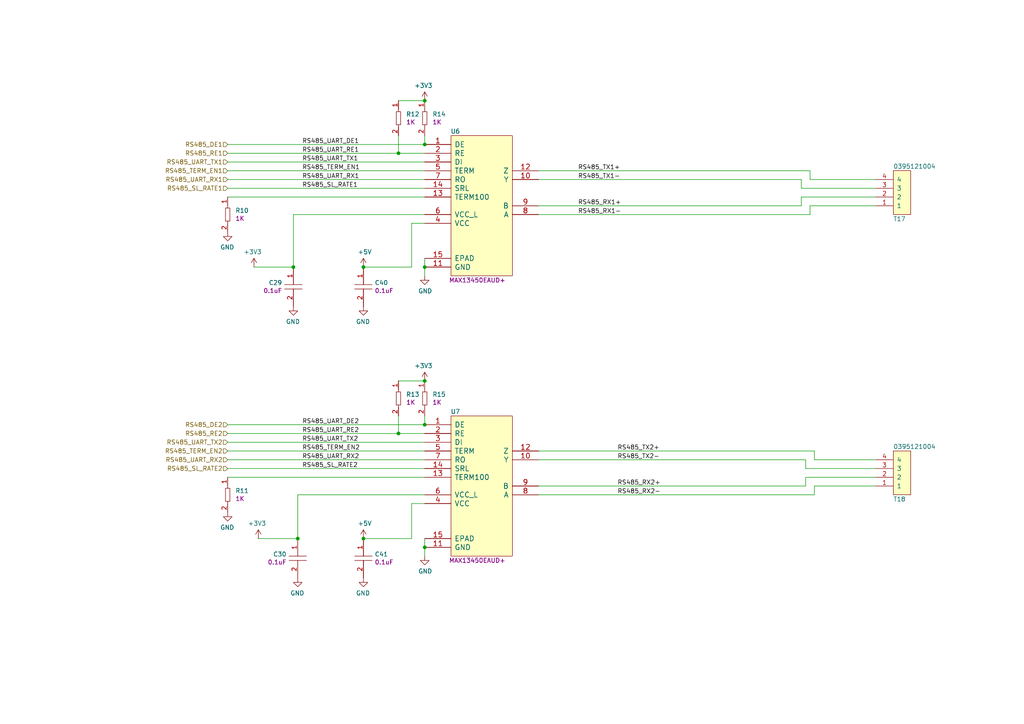
<source format=kicad_sch>
(kicad_sch (version 20230121) (generator eeschema)
  (paper "A4")
  (lib_symbols
    (symbol "AVR-KiCAD-Lib-Capacitors:C0402C104K9PACTU" (pin_names (offset 1.016))
      (property "Reference" "C" (at -2.54 2.54 0))
      (property "_Value_" "0.1uF" (at 58.42 63.5 0))
      (symbol "C0402C104K9PACTU_1_1"
        (polyline (pts (xy 0 2.54) (xy 0 -2.54)))
        (polyline (pts (xy 1.27 2.54) (xy 1.27 -2.54)))
        (pin input line (at -5.08 0 0) (length 5.08) (name "~") (number "1"))
        (pin input line (at 6.35 0 180) (length 5.08) (name "~") (number "2"))
      )
    )
    (symbol "AVR-KiCAD-Lib-Capacitors:CGA3E2X7R1H104K080AA" (pin_names (offset 1.016))
      (property "Reference" "C" (at -2.54 2.54 0))
      (property "_Value_" "0.1uF" (at 58.42 63.5 0))
      (symbol "CGA3E2X7R1H104K080AA_1_1"
        (polyline (pts (xy 0 2.54) (xy 0 -2.54)))
        (polyline (pts (xy 1.27 2.54) (xy 1.27 -2.54)))
        (pin input line (at -5.08 0 0) (length 5.08) (name "~") (number "1"))
        (pin input line (at 6.35 0 180) (length 5.08) (name "~") (number "2"))
      )
    )
    (symbol "AVR-KiCAD-Lib-Connectors:0395121004" (pin_names (offset 1.016))
      (property "Reference" "T" (at -2.54 2.54 0))
      (property "Value" "0395121004" (at 1.27 5.08 0))
      (symbol "0395121004_0_1"
        (rectangle (start 0 2.54) (end 5.08 -10.16) (fill (type background)))
      )
      (symbol "0395121004_1_1"
        (pin passive line (at -5.08 0 0) (length 5.08) (name "1") (number "1"))
        (pin passive line (at -5.08 -2.54 0) (length 5.08) (name "2") (number "2"))
        (pin passive line (at -5.08 -5.08 0) (length 5.08) (name "3") (number "3"))
        (pin passive line (at -5.08 -7.62 0) (length 5.08) (name "4") (number "4"))
      )
    )
    (symbol "AVR-KiCAD-Lib-ICs:MAX13450EAUD+" (pin_names (offset 1.016))
      (property "Reference" "U" (at 0 1.27 0))
      (property "_Value_" "MAX13450EAUD+" (at 7.62 -41.91 0))
      (symbol "MAX13450EAUD+_0_1"
        (rectangle (start 0 0) (end 17.78 -40.64) (fill (type background)))
      )
      (symbol "MAX13450EAUD+_1_1"
        (pin input line (at -7.62 -2.54 0) (length 7.62) (name "DE") (number "1"))
        (pin output line (at 25.4 -12.7 180) (length 7.62) (name "Y") (number "10"))
        (pin passive line (at -7.62 -38.1 0) (length 7.62) (name "GND") (number "11"))
        (pin output line (at 25.4 -10.16 180) (length 7.62) (name "Z") (number "12"))
        (pin input line (at -7.62 -17.78 0) (length 7.62) (name "TERM100") (number "13"))
        (pin input line (at -7.62 -15.24 0) (length 7.62) (name "SRL") (number "14"))
        (pin passive line (at -7.62 -35.56 0) (length 7.62) (name "EPAD") (number "15"))
        (pin input line (at -7.62 -5.08 0) (length 7.62) (name "RE") (number "2"))
        (pin input line (at -7.62 -7.62 0) (length 7.62) (name "DI") (number "3"))
        (pin power_in line (at -7.62 -25.4 0) (length 7.62) (name "VCC") (number "4"))
        (pin input line (at -7.62 -10.16 0) (length 7.62) (name "TERM") (number "5"))
        (pin power_in line (at -7.62 -22.86 0) (length 7.62) (name "VCC_L") (number "6"))
        (pin output line (at -7.62 -12.7 0) (length 7.62) (name "RO") (number "7"))
        (pin input line (at 25.4 -22.86 180) (length 7.62) (name "A") (number "8"))
        (pin input line (at 25.4 -20.32 180) (length 7.62) (name "B") (number "9"))
      )
    )
    (symbol "AVR-KiCAD-Lib-Resistors:RC0402FR-071KL" (pin_names (offset 1.016))
      (property "Reference" "R" (at -2.54 2.54 0))
      (property "Value" "RC0402FR-071KL" (at 1.27 5.08 0))
      (property "_Value_" "1K" (at 58.42 63.5 0))
      (symbol "RC0402FR-071KL_0_1"
        (rectangle (start -1.905 0.635) (end 1.905 -0.635))
        (polyline (pts (xy -2.54 0) (xy -1.905 0)))
        (polyline (pts (xy -1.905 0) (xy -1.905 0)))
        (polyline (pts (xy 1.905 0) (xy 1.905 0)))
        (polyline (pts (xy 2.54 0) (xy 1.905 0)))
      )
      (symbol "RC0402FR-071KL_1_1"
        (pin passive line (at -5.08 0 0) (length 2.5146) (name "~") (number "1"))
        (pin passive line (at 5.08 0 180) (length 2.5146) (name "~") (number "2"))
      )
    )
    (symbol "power:+3V3" (power) (pin_names (offset 0))
      (property "Value" "+3V3" (at 0 3.556 0))
      (symbol "+3V3_0_1"
        (polyline (pts (xy -0.762 1.27) (xy 0 2.54)))
        (polyline (pts (xy 0 0) (xy 0 2.54)))
        (polyline (pts (xy 0 2.54) (xy 0.762 1.27)))
      )
      (symbol "+3V3_1_1"
        (pin power_in line (at 0 0 90) (length 0) hide (name "+3V3") (number "1"))
      )
    )
    (symbol "power:+5V" (power) (pin_names (offset 0))
      (property "Value" "+5V" (at 0 3.556 0))
      (symbol "+5V_0_1"
        (polyline (pts (xy -0.762 1.27) (xy 0 2.54)))
        (polyline (pts (xy 0 0) (xy 0 2.54)))
        (polyline (pts (xy 0 2.54) (xy 0.762 1.27)))
      )
      (symbol "+5V_1_1"
        (pin power_in line (at 0 0 90) (length 0) hide (name "+5V") (number "1"))
      )
    )
    (symbol "power:GND" (power) (pin_names (offset 0))
      (property "Value" "GND" (at 0 -3.81 0))
      (symbol "GND_0_1"
        (polyline (pts (xy 0 0) (xy 0 -1.27) (xy 1.27 -1.27) (xy 0 -2.54) (xy -1.27 -1.27) (xy 0 -1.27)))
      )
      (symbol "GND_1_1"
        (pin power_in line (at 0 0 270) (length 0) hide (name "GND") (number "1"))
      )
    )
  )
  (junction (at 123.19 29.21))
  (junction (at 115.57 44.45))
  (junction (at 123.19 77.47))
  (junction (at 105.41 156.21))
  (junction (at 123.19 110.49))
  (junction (at 123.19 123.19))
  (junction (at 123.19 158.75))
  (junction (at 86.36 156.21))
  (junction (at 115.57 125.73))
  (junction (at 123.19 41.91))
  (junction (at 85.09 77.47))
  (junction (at 105.41 77.47))
  (wire (pts (xy 123.19 125.73) (xy 115.57 125.73)))
  (wire (pts (xy 123.19 77.47) (xy 123.19 80.01)))
  (wire (pts (xy 123.19 41.91) (xy 123.19 39.37)))
  (wire (pts (xy 156.21 133.35) (xy 233.68 133.35)))
  (wire (pts (xy 123.19 123.19) (xy 66.04 123.19)))
  (wire (pts (xy 232.41 59.69) (xy 156.21 59.69)))
  (wire (pts (xy 234.95 49.53) (xy 234.95 52.07)))
  (wire (pts (xy 236.22 130.81) (xy 236.22 133.35)))
  (wire (pts (xy 115.57 44.45) (xy 66.04 44.45)))
  (wire (pts (xy 236.22 140.97) (xy 236.22 143.51)))
  (wire (pts (xy 123.19 57.15) (xy 66.04 57.15)))
  (wire (pts (xy 156.21 140.97) (xy 233.68 140.97)))
  (wire (pts (xy 254 59.69) (xy 234.95 59.69)))
  (wire (pts (xy 85.09 62.23) (xy 123.19 62.23)))
  (wire (pts (xy 119.38 77.47) (xy 105.41 77.47)))
  (wire (pts (xy 233.68 133.35) (xy 233.68 135.89)))
  (wire (pts (xy 115.57 29.21) (xy 123.19 29.21)))
  (wire (pts (xy 119.38 146.05) (xy 119.38 156.21)))
  (wire (pts (xy 236.22 133.35) (xy 254 133.35)))
  (wire (pts (xy 123.19 54.61) (xy 66.04 54.61)))
  (wire (pts (xy 123.19 64.77) (xy 119.38 64.77)))
  (wire (pts (xy 123.19 135.89) (xy 66.04 135.89)))
  (wire (pts (xy 74.93 156.21) (xy 86.36 156.21)))
  (wire (pts (xy 123.19 146.05) (xy 119.38 146.05)))
  (wire (pts (xy 234.95 52.07) (xy 254 52.07)))
  (wire (pts (xy 115.57 120.65) (xy 115.57 125.73)))
  (wire (pts (xy 85.09 62.23) (xy 85.09 77.47)))
  (wire (pts (xy 123.19 44.45) (xy 115.57 44.45)))
  (wire (pts (xy 66.04 128.27) (xy 123.19 128.27)))
  (wire (pts (xy 123.19 49.53) (xy 66.04 49.53)))
  (wire (pts (xy 66.04 133.35) (xy 123.19 133.35)))
  (wire (pts (xy 156.21 143.51) (xy 236.22 143.51)))
  (wire (pts (xy 123.19 46.99) (xy 66.04 46.99)))
  (wire (pts (xy 123.19 52.07) (xy 66.04 52.07)))
  (wire (pts (xy 115.57 125.73) (xy 66.04 125.73)))
  (wire (pts (xy 86.36 143.51) (xy 86.36 156.21)))
  (wire (pts (xy 233.68 135.89) (xy 254 135.89)))
  (wire (pts (xy 123.19 130.81) (xy 66.04 130.81)))
  (wire (pts (xy 156.21 130.81) (xy 236.22 130.81)))
  (wire (pts (xy 232.41 57.15) (xy 254 57.15)))
  (wire (pts (xy 232.41 54.61) (xy 232.41 52.07)))
  (wire (pts (xy 254 140.97) (xy 236.22 140.97)))
  (wire (pts (xy 123.19 143.51) (xy 86.36 143.51)))
  (wire (pts (xy 123.19 41.91) (xy 66.04 41.91)))
  (wire (pts (xy 123.19 158.75) (xy 123.19 161.29)))
  (wire (pts (xy 123.19 156.21) (xy 123.19 158.75)))
  (wire (pts (xy 115.57 110.49) (xy 123.19 110.49)))
  (wire (pts (xy 123.19 74.93) (xy 123.19 77.47)))
  (wire (pts (xy 254 54.61) (xy 232.41 54.61)))
  (wire (pts (xy 156.21 49.53) (xy 234.95 49.53)))
  (wire (pts (xy 123.19 123.19) (xy 123.19 120.65)))
  (wire (pts (xy 123.19 138.43) (xy 66.04 138.43)))
  (wire (pts (xy 233.68 138.43) (xy 254 138.43)))
  (wire (pts (xy 232.41 59.69) (xy 232.41 57.15)))
  (wire (pts (xy 232.41 52.07) (xy 156.21 52.07)))
  (wire (pts (xy 233.68 140.97) (xy 233.68 138.43)))
  (wire (pts (xy 85.09 77.47) (xy 73.66 77.47)))
  (wire (pts (xy 234.95 59.69) (xy 234.95 62.23)))
  (wire (pts (xy 119.38 64.77) (xy 119.38 77.47)))
  (wire (pts (xy 156.21 62.23) (xy 234.95 62.23)))
  (wire (pts (xy 119.38 156.21) (xy 105.41 156.21)))
  (wire (pts (xy 115.57 39.37) (xy 115.57 44.45)))
  (label "RS485_TX1-" (at 167.64 52.07 0))
  (label "RS485_RX1-" (at 167.64 62.23 0))
  (label "RS485_UART_DE1" (at 87.63 41.91 0))
  (label "RS485_SL_RATE1" (at 87.63 54.61 0))
  (label "RS485_TERM_EN2" (at 87.63 130.81 0))
  (label "RS485_TERM_EN1" (at 87.63 49.53 0))
  (label "RS485_TX2+" (at 179.07 130.81 0))
  (label "RS485_RX2-" (at 179.07 143.51 0))
  (label "RS485_UART_RE2" (at 87.63 125.73 0))
  (label "RS485_UART_DE2" (at 87.63 123.19 0))
  (label "RS485_UART_RX1" (at 87.63 52.07 0))
  (label "RS485_RX2+" (at 179.07 140.97 0))
  (label "RS485_UART_TX2" (at 87.63 128.27 0))
  (label "RS485_UART_RE1" (at 87.63 44.45 0))
  (label "RS485_RX1+" (at 167.64 59.69 0))
  (label "RS485_SL_RATE2" (at 87.63 135.89 0))
  (label "RS485_UART_RX2" (at 87.63 133.35 0))
  (label "RS485_UART_TX1" (at 87.63 46.99 0))
  (label "RS485_TX1+" (at 167.64 49.53 0))
  (label "RS485_TX2-" (at 179.07 133.35 0))
  (hierarchical_label "RS485_DE1" (shape input) (at 66.04 41.91 180))
  (hierarchical_label "RS485_SL_RATE2" (shape input) (at 66.04 135.89 180))
  (hierarchical_label "RS485_UART_TX1" (shape input) (at 66.04 46.99 180))
  (hierarchical_label "RS485_RE2" (shape input) (at 66.04 125.73 180))
  (hierarchical_label "RS485_TERM_EN1" (shape input) (at 66.04 49.53 180))
  (hierarchical_label "RS485_UART_RX1" (shape input) (at 66.04 52.07 180))
  (hierarchical_label "RS485_UART_TX2" (shape input) (at 66.04 128.27 180))
  (hierarchical_label "RS485_RE1" (shape input) (at 66.04 44.45 180))
  (hierarchical_label "RS485_SL_RATE1" (shape input) (at 66.04 54.61 180))
  (hierarchical_label "RS485_DE2" (shape input) (at 66.04 123.19 180))
  (hierarchical_label "RS485_TERM_EN2" (shape input) (at 66.04 130.81 180))
  (hierarchical_label "RS485_UART_RX2" (shape input) (at 66.04 133.35 180))
  (symbol (lib_id "AVR-KiCAD-Lib-ICs:MAX13450EAUD+") (at 130.81 39.37 0) (unit 1)
    (property "Reference" "U6" (at 132.08 38.1 0))
    (property "Value" "MAX13450EAUD+" (effects hide))
    (property "Footprint" "AVR-KiCAD-Lib-ICs:MAX13450EAUD&plus_" (effects hide))
    (property "Datasheet" "https://datasheets.maximintegrated.com/en/ds/MAX13450E-MAX13451E.pdf" (effects hide))
    (property "Cost QTY: 1" "3.39000" (effects hide))
    (property "Cost QTY: 1000" "*" (effects hide))
    (property "Cost QTY: 2500" "2.57839" (effects hide))
    (property "Cost QTY: 5000" "*" (effects hide))
    (property "Cost QTY: 10000" "*" (effects hide))
    (property "MFR" "Maxim Integrated" (effects hide))
    (property "MFR#" "MAX13450EAUD+" (effects hide))
    (property "Vendor" "Digikey" (effects hide))
    (property "Vendor #" "MAX13450EAUD+-ND" (effects hide))
    (property "Designer" "AVR" (effects hide))
    (property "Height" "1.2mm" (effects hide))
    (property "Date Created" "6/21/2020" (effects hide))
    (property "Date Modified" "6/21/2020" (effects hide))
    (property "Lead-Free ?" "Yes" (effects hide))
    (property "RoHS Levels" "1" (effects hide))
    (property "Mounting" "SMT" (effects hide))
    (property "Pin Count #" "14" (effects hide))
    (property "Status" "Active" (effects hide))
    (property "Tolerance" "*" (effects hide))
    (property "Type" "IC" (effects hide))
    (property "Voltage" "4.75V ~ 5.25V" (effects hide))
    (property "Package" "14-TSSOP-EP" (effects hide))
    (property "Description" "1/1 Transceiver Full RS422, RS485 14-TSSOP-EP" (effects hide))
    (property "_Value_" "MAX13450EAUD+" (at 138.43 81.28 0))
    (property "Management_ID" "*" (effects hide))
  )
  (symbol (lib_id "AVR-KiCAD-Lib-ICs:MAX13450EAUD+") (at 130.81 120.65 0) (unit 1)
    (property "Reference" "U7" (at 132.08 119.38 0))
    (property "Value" "MAX13450EAUD+" (effects hide))
    (property "Footprint" "AVR-KiCAD-Lib-ICs:MAX13450EAUD&plus_" (effects hide))
    (property "Datasheet" "https://datasheets.maximintegrated.com/en/ds/MAX13450E-MAX13451E.pdf" (effects hide))
    (property "Cost QTY: 1" "3.39000" (effects hide))
    (property "Cost QTY: 1000" "*" (effects hide))
    (property "Cost QTY: 2500" "2.57839" (effects hide))
    (property "Cost QTY: 5000" "*" (effects hide))
    (property "Cost QTY: 10000" "*" (effects hide))
    (property "MFR" "Maxim Integrated" (effects hide))
    (property "MFR#" "MAX13450EAUD+" (effects hide))
    (property "Vendor" "Digikey" (effects hide))
    (property "Vendor #" "MAX13450EAUD+-ND" (effects hide))
    (property "Designer" "AVR" (effects hide))
    (property "Height" "1.2mm" (effects hide))
    (property "Date Created" "6/21/2020" (effects hide))
    (property "Date Modified" "6/21/2020" (effects hide))
    (property "Lead-Free ?" "Yes" (effects hide))
    (property "RoHS Levels" "1" (effects hide))
    (property "Mounting" "SMT" (effects hide))
    (property "Pin Count #" "14" (effects hide))
    (property "Status" "Active" (effects hide))
    (property "Tolerance" "*" (effects hide))
    (property "Type" "IC" (effects hide))
    (property "Voltage" "4.75V ~ 5.25V" (effects hide))
    (property "Package" "14-TSSOP-EP" (effects hide))
    (property "Description" "1/1 Transceiver Full RS422, RS485 14-TSSOP-EP" (effects hide))
    (property "_Value_" "MAX13450EAUD+" (at 138.43 162.56 0))
    (property "Management_ID" "*" (effects hide))
  )
  (symbol (lib_id "power:GND") (at 123.19 80.01 0) (unit 1)
    (property "Reference" "#PWR0102" (effects hide))
    (property "Value" "GND" (at 123.317 84.4042 0))
  )
  (symbol (lib_id "power:+5V") (at 105.41 156.21 0) (unit 1)
    (property "Reference" "#PWR0104" (effects hide))
    (property "Value" "+5V" (at 105.791 151.8158 0))
  )
  (symbol (lib_id "AVR-KiCAD-Lib-Capacitors:CGA3E2X7R1H104K080AA") (at 105.41 161.29 270) (unit 1)
    (property "Reference" "C41" (at 108.6612 160.7566 90) (effects (justify left)))
    (property "Value" "CGA3E2X7R1H104K080AA" (effects hide))
    (property "Footprint" "AVR-KiCAD-Lib-Capacitors:C0603" (effects hide))
    (property "Datasheet" "https://product.tdk.com/info/en/catalog/datasheets/mlcc_automotive_general_en.pdf" (effects hide))
    (property "Cost QTY: 1" "0.11000" (effects hide))
    (property "Cost QTY: 1000" "0.01972" (effects hide))
    (property "Cost QTY: 2500" "*" (effects hide))
    (property "Cost QTY: 5000" "*" (effects hide))
    (property "Cost QTY: 10000" "*" (effects hide))
    (property "MFR" "TDK Corporation" (effects hide))
    (property "MFR#" "CGA3E2X7R1H104K080AA" (effects hide))
    (property "Vendor" "Digikey" (effects hide))
    (property "Vendor #" "445-5666-1-ND" (effects hide))
    (property "Designer" "AVR" (effects hide))
    (property "Height" "0.9mm" (effects hide))
    (property "Date Created" "6/17/2020" (effects hide))
    (property "Date Modified" "6/17/2020" (effects hide))
    (property "Lead-Free ?" "Yes" (effects hide))
    (property "RoHS Levels" "1" (effects hide))
    (property "Mounting" "SMT" (effects hide))
    (property "Pin Count #" "2" (effects hide))
    (property "Status" "Active" (effects hide))
    (property "Tolerance" "10%" (effects hide))
    (property "Type" "Capacitor" (effects hide))
    (property "Voltage" "50V" (effects hide))
    (property "Package" "0603" (effects hide))
    (property "Description" "0.1µF ±10% 50V Ceramic Capacitor X7R 0603 (1608 Metric)" (effects hide))
    (property "_Value_" "0.1uF" (at 108.6612 163.068 90) (effects (justify left)))
    (property "Management_ID" "*" (effects hide))
  )
  (symbol (lib_id "power:GND") (at 105.41 167.64 0) (mirror y) (unit 1)
    (property "Reference" "#PWR0105" (effects hide))
    (property "Value" "GND" (at 105.283 172.0342 0))
  )
  (symbol (lib_id "power:+5V") (at 105.41 77.47 0) (unit 1)
    (property "Reference" "#PWR0106" (effects hide))
    (property "Value" "+5V" (at 105.791 73.0758 0))
  )
  (symbol (lib_id "AVR-KiCAD-Lib-Capacitors:CGA3E2X7R1H104K080AA") (at 105.41 82.55 270) (unit 1)
    (property "Reference" "C40" (at 108.6612 82.0166 90) (effects (justify left)))
    (property "Value" "CGA3E2X7R1H104K080AA" (effects hide))
    (property "Footprint" "AVR-KiCAD-Lib-Capacitors:C0603" (effects hide))
    (property "Datasheet" "https://product.tdk.com/info/en/catalog/datasheets/mlcc_automotive_general_en.pdf" (effects hide))
    (property "Cost QTY: 1" "0.11000" (effects hide))
    (property "Cost QTY: 1000" "0.01972" (effects hide))
    (property "Cost QTY: 2500" "*" (effects hide))
    (property "Cost QTY: 5000" "*" (effects hide))
    (property "Cost QTY: 10000" "*" (effects hide))
    (property "MFR" "TDK Corporation" (effects hide))
    (property "MFR#" "CGA3E2X7R1H104K080AA" (effects hide))
    (property "Vendor" "Digikey" (effects hide))
    (property "Vendor #" "445-5666-1-ND" (effects hide))
    (property "Designer" "AVR" (effects hide))
    (property "Height" "0.9mm" (effects hide))
    (property "Date Created" "6/17/2020" (effects hide))
    (property "Date Modified" "6/17/2020" (effects hide))
    (property "Lead-Free ?" "Yes" (effects hide))
    (property "RoHS Levels" "1" (effects hide))
    (property "Mounting" "SMT" (effects hide))
    (property "Pin Count #" "2" (effects hide))
    (property "Status" "Active" (effects hide))
    (property "Tolerance" "10%" (effects hide))
    (property "Type" "Capacitor" (effects hide))
    (property "Voltage" "50V" (effects hide))
    (property "Package" "0603" (effects hide))
    (property "Description" "0.1µF ±10% 50V Ceramic Capacitor X7R 0603 (1608 Metric)" (effects hide))
    (property "_Value_" "0.1uF" (at 108.6612 84.328 90) (effects (justify left)))
    (property "Management_ID" "*" (effects hide))
  )
  (symbol (lib_id "power:GND") (at 105.41 88.9 0) (mirror y) (unit 1)
    (property "Reference" "#PWR0107" (effects hide))
    (property "Value" "GND" (at 105.283 93.2942 0))
  )
  (symbol (lib_id "AVR-KiCAD-Lib-Resistors:RC0402FR-071KL") (at 123.19 115.57 270) (unit 1)
    (property "Reference" "R15" (at 125.3998 114.4016 90) (effects (justify left)))
    (property "Value" "RC0402FR-071KL" (effects hide))
    (property "Footprint" "AVR-KiCAD-Lib-Resistors:R0402" (effects hide))
    (property "Datasheet" "https://www.yageo.com/upload/media/product/productsearch/datasheet/rchip/PYu-RC_Group_51_RoHS_L_10.pdf" (effects hide))
    (property "Cost QTY: 1" "0.10000" (effects hide))
    (property "Cost QTY: 1000" "0.00289" (effects hide))
    (property "Cost QTY: 2500" "0.00251" (effects hide))
    (property "Cost QTY: 5000" "0.00207" (effects hide))
    (property "Cost QTY: 10000" "0.00163" (effects hide))
    (property "MFR" "Yageo" (effects hide))
    (property "MFR#" "RC0402FR-071KL" (effects hide))
    (property "Vendor" "Digikey" (effects hide))
    (property "Vendor #" "311-1.00KLRTR-ND" (effects hide))
    (property "Designer" "AVR" (effects hide))
    (property "Height" "0.4mm" (effects hide))
    (property "Date Created" "12/11/2019" (effects hide))
    (property "Date Modified" "12/11/2019" (effects hide))
    (property "Lead-Free ?" "Yes" (effects hide))
    (property "RoHS Levels" "1" (effects hide))
    (property "Mounting" "SMT" (effects hide))
    (property "Pin Count #" "2" (effects hide))
    (property "Status" "Active" (effects hide))
    (property "Tolerance" "1%" (effects hide))
    (property "Type" "Thick Film Resistor" (effects hide))
    (property "Voltage" "*" (effects hide))
    (property "Package" "0402" (effects hide))
    (property "_Value_" "1K" (at 125.3998 116.713 90) (effects (justify left)))
    (property "Management_ID" "*" (effects hide))
    (property "Description" " kOhms ±1% 0.063W, 1/16W Chip Resistor 0402 (1005 Metric) Moisture Resistant Thick Film" (effects hide))
  )
  (symbol (lib_id "AVR-KiCAD-Lib-Resistors:RC0402FR-071KL") (at 123.19 34.29 270) (unit 1)
    (property "Reference" "R14" (at 125.3998 33.1216 90) (effects (justify left)))
    (property "Value" "RC0402FR-071KL" (effects hide))
    (property "Footprint" "AVR-KiCAD-Lib-Resistors:R0402" (effects hide))
    (property "Datasheet" "https://www.yageo.com/upload/media/product/productsearch/datasheet/rchip/PYu-RC_Group_51_RoHS_L_10.pdf" (effects hide))
    (property "Cost QTY: 1" "0.10000" (effects hide))
    (property "Cost QTY: 1000" "0.00289" (effects hide))
    (property "Cost QTY: 2500" "0.00251" (effects hide))
    (property "Cost QTY: 5000" "0.00207" (effects hide))
    (property "Cost QTY: 10000" "0.00163" (effects hide))
    (property "MFR" "Yageo" (effects hide))
    (property "MFR#" "RC0402FR-071KL" (effects hide))
    (property "Vendor" "Digikey" (effects hide))
    (property "Vendor #" "311-1.00KLRTR-ND" (effects hide))
    (property "Designer" "AVR" (effects hide))
    (property "Height" "0.4mm" (effects hide))
    (property "Date Created" "12/11/2019" (effects hide))
    (property "Date Modified" "12/11/2019" (effects hide))
    (property "Lead-Free ?" "Yes" (effects hide))
    (property "RoHS Levels" "1" (effects hide))
    (property "Mounting" "SMT" (effects hide))
    (property "Pin Count #" "2" (effects hide))
    (property "Status" "Active" (effects hide))
    (property "Tolerance" "1%" (effects hide))
    (property "Type" "Thick Film Resistor" (effects hide))
    (property "Voltage" "*" (effects hide))
    (property "Package" "0402" (effects hide))
    (property "_Value_" "1K" (at 125.3998 35.433 90) (effects (justify left)))
    (property "Management_ID" "*" (effects hide))
    (property "Description" " kOhms ±1% 0.063W, 1/16W Chip Resistor 0402 (1005 Metric) Moisture Resistant Thick Film" (effects hide))
  )
  (symbol (lib_id "power:+3V3") (at 123.19 29.21 0) (mirror y) (unit 1)
    (property "Reference" "#PWR0108" (effects hide))
    (property "Value" "+3V3" (at 122.809 24.8158 0))
  )
  (symbol (lib_id "power:+3V3") (at 123.19 110.49 0) (mirror y) (unit 1)
    (property "Reference" "#PWR0109" (effects hide))
    (property "Value" "+3V3" (at 122.809 106.0958 0))
  )
  (symbol (lib_id "AVR-KiCAD-Lib-Resistors:RC0402FR-071KL") (at 115.57 115.57 270) (unit 1)
    (property "Reference" "R13" (at 117.7798 114.4016 90) (effects (justify left)))
    (property "Value" "RC0402FR-071KL" (effects hide))
    (property "Footprint" "AVR-KiCAD-Lib-Resistors:R0402" (effects hide))
    (property "Datasheet" "https://www.yageo.com/upload/media/product/productsearch/datasheet/rchip/PYu-RC_Group_51_RoHS_L_10.pdf" (effects hide))
    (property "Cost QTY: 1" "0.10000" (effects hide))
    (property "Cost QTY: 1000" "0.00289" (effects hide))
    (property "Cost QTY: 2500" "0.00251" (effects hide))
    (property "Cost QTY: 5000" "0.00207" (effects hide))
    (property "Cost QTY: 10000" "0.00163" (effects hide))
    (property "MFR" "Yageo" (effects hide))
    (property "MFR#" "RC0402FR-071KL" (effects hide))
    (property "Vendor" "Digikey" (effects hide))
    (property "Vendor #" "311-1.00KLRTR-ND" (effects hide))
    (property "Designer" "AVR" (effects hide))
    (property "Height" "0.4mm" (effects hide))
    (property "Date Created" "12/11/2019" (effects hide))
    (property "Date Modified" "12/11/2019" (effects hide))
    (property "Lead-Free ?" "Yes" (effects hide))
    (property "RoHS Levels" "1" (effects hide))
    (property "Mounting" "SMT" (effects hide))
    (property "Pin Count #" "2" (effects hide))
    (property "Status" "Active" (effects hide))
    (property "Tolerance" "1%" (effects hide))
    (property "Type" "Thick Film Resistor" (effects hide))
    (property "Voltage" "*" (effects hide))
    (property "Package" "0402" (effects hide))
    (property "_Value_" "1K" (at 117.7798 116.713 90) (effects (justify left)))
    (property "Management_ID" "*" (effects hide))
    (property "Description" " kOhms ±1% 0.063W, 1/16W Chip Resistor 0402 (1005 Metric) Moisture Resistant Thick Film" (effects hide))
  )
  (symbol (lib_id "AVR-KiCAD-Lib-Capacitors:C0402C104K9PACTU") (at 85.09 82.55 90) (mirror x) (unit 1)
    (property "Reference" "C29" (at 81.8388 82.0166 90) (effects (justify left)))
    (property "Value" "C0402C104K9PACTU" (effects hide))
    (property "Footprint" "AVR-KiCAD-Lib-Resistors:R0402" (effects hide))
    (property "Datasheet" "https://content.kemet.com/datasheets/KEM_C1006_X5R_SMD.pdf" (effects hide))
    (property "Cost QTY: 1" "0.10000" (effects hide))
    (property "Cost QTY: 1000" "0.01139" (effects hide))
    (property "Cost QTY: 2500" "0.01035" (effects hide))
    (property "Cost QTY: 5000" "0.00952" (effects hide))
    (property "Cost QTY: 10000" "0.00756" (effects hide))
    (property "MFR" "KEMET" (effects hide))
    (property "MFR#" "C0402C104K9PACTU" (effects hide))
    (property "Vendor" "Digikey" (effects hide))
    (property "Vendor #" "399-3026-6-ND" (effects hide))
    (property "Designer" "AVR" (effects hide))
    (property "Height" "0.55mm" (effects hide))
    (property "Date Created" "12/7/2019" (effects hide))
    (property "Date Modified" "12/7/2019" (effects hide))
    (property "Lead-Free ?" "Yes" (effects hide))
    (property "RoHS Levels" "1" (effects hide))
    (property "Mounting" "SMT" (effects hide))
    (property "Pin Count #" "2" (effects hide))
    (property "Status" "Active" (effects hide))
    (property "Tolerance" "10%" (effects hide))
    (property "Type" "Ceramic Cap" (effects hide))
    (property "Voltage" "6.3V" (effects hide))
    (property "Package" "0402" (effects hide))
    (property "Description" "0.1µF ±10% 6.3V Ceramic Capacitor X5R 0402 (1005 Metric)" (effects hide))
    (property "_Value_" "0.1uF" (at 81.8388 84.328 90) (effects (justify left)))
    (property "Management_ID" "*" (effects hide))
  )
  (symbol (lib_id "power:GND") (at 85.09 88.9 0) (mirror y) (unit 1)
    (property "Reference" "#PWR044" (effects hide))
    (property "Value" "GND" (at 84.963 93.2942 0))
  )
  (symbol (lib_id "power:+3V3") (at 73.66 77.47 0) (mirror y) (unit 1)
    (property "Reference" "#PWR046" (effects hide))
    (property "Value" "+3V3" (at 73.279 73.0758 0))
  )
  (symbol (lib_id "AVR-KiCAD-Lib-Resistors:RC0402FR-071KL") (at 66.04 143.51 270) (unit 1)
    (property "Reference" "R11" (at 68.2498 142.3416 90) (effects (justify left)))
    (property "Value" "RC0402FR-071KL" (effects hide))
    (property "Footprint" "AVR-KiCAD-Lib-Resistors:R0402" (effects hide))
    (property "Datasheet" "https://www.yageo.com/upload/media/product/productsearch/datasheet/rchip/PYu-RC_Group_51_RoHS_L_10.pdf" (effects hide))
    (property "Cost QTY: 1" "0.10000" (effects hide))
    (property "Cost QTY: 1000" "0.00289" (effects hide))
    (property "Cost QTY: 2500" "0.00251" (effects hide))
    (property "Cost QTY: 5000" "0.00207" (effects hide))
    (property "Cost QTY: 10000" "0.00163" (effects hide))
    (property "MFR" "Yageo" (effects hide))
    (property "MFR#" "RC0402FR-071KL" (effects hide))
    (property "Vendor" "Digikey" (effects hide))
    (property "Vendor #" "311-1.00KLRTR-ND" (effects hide))
    (property "Designer" "AVR" (effects hide))
    (property "Height" "0.4mm" (effects hide))
    (property "Date Created" "12/11/2019" (effects hide))
    (property "Date Modified" "12/11/2019" (effects hide))
    (property "Lead-Free ?" "Yes" (effects hide))
    (property "RoHS Levels" "1" (effects hide))
    (property "Mounting" "SMT" (effects hide))
    (property "Pin Count #" "2" (effects hide))
    (property "Status" "Active" (effects hide))
    (property "Tolerance" "1%" (effects hide))
    (property "Type" "Thick Film Resistor" (effects hide))
    (property "Voltage" "*" (effects hide))
    (property "Package" "0402" (effects hide))
    (property "_Value_" "1K" (at 68.2498 144.653 90) (effects (justify left)))
    (property "Management_ID" "*" (effects hide))
    (property "Description" " kOhms ±1% 0.063W, 1/16W Chip Resistor 0402 (1005 Metric) Moisture Resistant Thick Film" (effects hide))
  )
  (symbol (lib_id "power:GND") (at 66.04 148.59 0) (mirror y) (unit 1)
    (property "Reference" "#PWR0110" (effects hide))
    (property "Value" "GND" (at 65.913 152.9842 0))
  )
  (symbol (lib_id "AVR-KiCAD-Lib-Resistors:RC0402FR-071KL") (at 66.04 62.23 270) (unit 1)
    (property "Reference" "R10" (at 68.2498 61.0616 90) (effects (justify left)))
    (property "Value" "RC0402FR-071KL" (effects hide))
    (property "Footprint" "AVR-KiCAD-Lib-Resistors:R0402" (effects hide))
    (property "Datasheet" "https://www.yageo.com/upload/media/product/productsearch/datasheet/rchip/PYu-RC_Group_51_RoHS_L_10.pdf" (effects hide))
    (property "Cost QTY: 1" "0.10000" (effects hide))
    (property "Cost QTY: 1000" "0.00289" (effects hide))
    (property "Cost QTY: 2500" "0.00251" (effects hide))
    (property "Cost QTY: 5000" "0.00207" (effects hide))
    (property "Cost QTY: 10000" "0.00163" (effects hide))
    (property "MFR" "Yageo" (effects hide))
    (property "MFR#" "RC0402FR-071KL" (effects hide))
    (property "Vendor" "Digikey" (effects hide))
    (property "Vendor #" "311-1.00KLRTR-ND" (effects hide))
    (property "Designer" "AVR" (effects hide))
    (property "Height" "0.4mm" (effects hide))
    (property "Date Created" "12/11/2019" (effects hide))
    (property "Date Modified" "12/11/2019" (effects hide))
    (property "Lead-Free ?" "Yes" (effects hide))
    (property "RoHS Levels" "1" (effects hide))
    (property "Mounting" "SMT" (effects hide))
    (property "Pin Count #" "2" (effects hide))
    (property "Status" "Active" (effects hide))
    (property "Tolerance" "1%" (effects hide))
    (property "Type" "Thick Film Resistor" (effects hide))
    (property "Voltage" "*" (effects hide))
    (property "Package" "0402" (effects hide))
    (property "_Value_" "1K" (at 68.2498 63.373 90) (effects (justify left)))
    (property "Management_ID" "*" (effects hide))
    (property "Description" " kOhms ±1% 0.063W, 1/16W Chip Resistor 0402 (1005 Metric) Moisture Resistant Thick Film" (effects hide))
  )
  (symbol (lib_id "power:GND") (at 66.04 67.31 0) (mirror y) (unit 1)
    (property "Reference" "#PWR0111" (effects hide))
    (property "Value" "GND" (at 65.913 71.7042 0))
  )
  (symbol (lib_id "AVR-KiCAD-Lib-Capacitors:C0402C104K9PACTU") (at 86.36 161.29 90) (mirror x) (unit 1)
    (property "Reference" "C30" (at 83.1088 160.7566 90) (effects (justify left)))
    (property "Value" "C0402C104K9PACTU" (effects hide))
    (property "Footprint" "AVR-KiCAD-Lib-Resistors:R0402" (effects hide))
    (property "Datasheet" "https://content.kemet.com/datasheets/KEM_C1006_X5R_SMD.pdf" (effects hide))
    (property "Cost QTY: 1" "0.10000" (effects hide))
    (property "Cost QTY: 1000" "0.01139" (effects hide))
    (property "Cost QTY: 2500" "0.01035" (effects hide))
    (property "Cost QTY: 5000" "0.00952" (effects hide))
    (property "Cost QTY: 10000" "0.00756" (effects hide))
    (property "MFR" "KEMET" (effects hide))
    (property "MFR#" "C0402C104K9PACTU" (effects hide))
    (property "Vendor" "Digikey" (effects hide))
    (property "Vendor #" "399-3026-6-ND" (effects hide))
    (property "Designer" "AVR" (effects hide))
    (property "Height" "0.55mm" (effects hide))
    (property "Date Created" "12/7/2019" (effects hide))
    (property "Date Modified" "12/7/2019" (effects hide))
    (property "Lead-Free ?" "Yes" (effects hide))
    (property "RoHS Levels" "1" (effects hide))
    (property "Mounting" "SMT" (effects hide))
    (property "Pin Count #" "2" (effects hide))
    (property "Status" "Active" (effects hide))
    (property "Tolerance" "10%" (effects hide))
    (property "Type" "Ceramic Cap" (effects hide))
    (property "Voltage" "6.3V" (effects hide))
    (property "Package" "0402" (effects hide))
    (property "Description" "0.1µF ±10% 6.3V Ceramic Capacitor X5R 0402 (1005 Metric)" (effects hide))
    (property "_Value_" "0.1uF" (at 83.1088 163.068 90) (effects (justify left)))
    (property "Management_ID" "*" (effects hide))
  )
  (symbol (lib_id "power:GND") (at 86.36 167.64 0) (mirror y) (unit 1)
    (property "Reference" "#PWR045" (effects hide))
    (property "Value" "GND" (at 86.233 172.0342 0))
  )
  (symbol (lib_id "power:+3V3") (at 74.93 156.21 0) (mirror y) (unit 1)
    (property "Reference" "#PWR047" (effects hide))
    (property "Value" "+3V3" (at 74.549 151.8158 0))
  )
  (symbol (lib_id "power:GND") (at 123.19 161.29 0) (unit 1)
    (property "Reference" "#PWR043" (effects hide))
    (property "Value" "GND" (at 123.317 165.6842 0))
  )
  (symbol (lib_id "AVR-KiCAD-Lib-Resistors:RC0402FR-071KL") (at 115.57 34.29 270) (unit 1)
    (property "Reference" "R12" (at 117.7798 33.1216 90) (effects (justify left)))
    (property "Value" "RC0402FR-071KL" (effects hide))
    (property "Footprint" "AVR-KiCAD-Lib-Resistors:R0402" (effects hide))
    (property "Datasheet" "https://www.yageo.com/upload/media/product/productsearch/datasheet/rchip/PYu-RC_Group_51_RoHS_L_10.pdf" (effects hide))
    (property "Cost QTY: 1" "0.10000" (effects hide))
    (property "Cost QTY: 1000" "0.00289" (effects hide))
    (property "Cost QTY: 2500" "0.00251" (effects hide))
    (property "Cost QTY: 5000" "0.00207" (effects hide))
    (property "Cost QTY: 10000" "0.00163" (effects hide))
    (property "MFR" "Yageo" (effects hide))
    (property "MFR#" "RC0402FR-071KL" (effects hide))
    (property "Vendor" "Digikey" (effects hide))
    (property "Vendor #" "311-1.00KLRTR-ND" (effects hide))
    (property "Designer" "AVR" (effects hide))
    (property "Height" "0.4mm" (effects hide))
    (property "Date Created" "12/11/2019" (effects hide))
    (property "Date Modified" "12/11/2019" (effects hide))
    (property "Lead-Free ?" "Yes" (effects hide))
    (property "RoHS Levels" "1" (effects hide))
    (property "Mounting" "SMT" (effects hide))
    (property "Pin Count #" "2" (effects hide))
    (property "Status" "Active" (effects hide))
    (property "Tolerance" "1%" (effects hide))
    (property "Type" "Thick Film Resistor" (effects hide))
    (property "Voltage" "*" (effects hide))
    (property "Package" "0402" (effects hide))
    (property "_Value_" "1K" (at 117.7798 35.433 90) (effects (justify left)))
    (property "Management_ID" "*" (effects hide))
    (property "Description" " kOhms ±1% 0.063W, 1/16W Chip Resistor 0402 (1005 Metric) Moisture Resistant Thick Film" (effects hide))
  )
  (symbol (lib_id "AVR-KiCAD-Lib-Connectors:0395121004") (at 259.08 59.69 0) (mirror x) (unit 1)
    (property "Reference" "T17" (at 259.08 63.5 0) (effects (justify left)))
    (property "Value" "0395121004" (at 259.08 48.26 0) (effects (justify left)))
    (property "Footprint" "AVR-KiCAD-Lib-Connectors:0395121004" (effects hide))
    (property "Datasheet" "https://www.molex.com/pdm_docs/sd/395121002_sd.pdf" (effects hide))
    (property "Cost QTY: 1" "1.41000" (effects hide))
    (property "Cost QTY: 1000" "0.59200" (effects hide))
    (property "Cost QTY: 2500" "*" (effects hide))
    (property "Cost QTY: 5000" "0.48100" (effects hide))
    (property "Cost QTY: 10000" "*" (effects hide))
    (property "MFR" "Molex" (effects hide))
    (property "MFR#" "0395121004" (effects hide))
    (property "Vendor" "Digikey" (effects hide))
    (property "Vendor #" "WM20087-ND" (effects hide))
    (property "Designer" "AVR" (effects hide))
    (property "Height" "6.86mm" (effects hide))
    (property "Date Created" "6/20/2020" (effects hide))
    (property "Date Modified" "6/20/2020" (effects hide))
    (property "Lead-Free ?" "Yes" (effects hide))
    (property "RoHS Levels" "1" (effects hide))
    (property "Mounting" "ThroughHole" (effects hide))
    (property "Pin Count #" "4" (effects hide))
    (property "Status" "Active" (effects hide))
    (property "Tolerance" "*" (effects hide))
    (property "Type" "Connector" (effects hide))
    (property "Voltage" "300V" (effects hide))
    (property "Package" "*" (effects hide))
    (property "Description" "4 Position Terminal Block Header, Male Pins, Shrouded (4 Side) 0.150\" (3.81mm) 90°, Right Angle  Through Hole" (effects hide))
    (property "_Value_" "0395121004" (effects hide))
    (property "Management_ID" "*" (effects hide))
  )
  (symbol (lib_id "AVR-KiCAD-Lib-Connectors:0395121004") (at 259.08 140.97 0) (mirror x) (unit 1)
    (property "Reference" "T18" (at 259.08 144.78 0) (effects (justify left)))
    (property "Value" "0395121004" (at 259.08 129.54 0) (effects (justify left)))
    (property "Footprint" "AVR-KiCAD-Lib-Connectors:0395121004" (effects hide))
    (property "Datasheet" "https://www.molex.com/pdm_docs/sd/395121002_sd.pdf" (effects hide))
    (property "Cost QTY: 1" "1.41000" (effects hide))
    (property "Cost QTY: 1000" "0.59200" (effects hide))
    (property "Cost QTY: 2500" "*" (effects hide))
    (property "Cost QTY: 5000" "0.48100" (effects hide))
    (property "Cost QTY: 10000" "*" (effects hide))
    (property "MFR" "Molex" (effects hide))
    (property "MFR#" "0395121004" (effects hide))
    (property "Vendor" "Digikey" (effects hide))
    (property "Vendor #" "WM20087-ND" (effects hide))
    (property "Designer" "AVR" (effects hide))
    (property "Height" "6.86mm" (effects hide))
    (property "Date Created" "6/20/2020" (effects hide))
    (property "Date Modified" "6/20/2020" (effects hide))
    (property "Lead-Free ?" "Yes" (effects hide))
    (property "RoHS Levels" "1" (effects hide))
    (property "Mounting" "ThroughHole" (effects hide))
    (property "Pin Count #" "4" (effects hide))
    (property "Status" "Active" (effects hide))
    (property "Tolerance" "*" (effects hide))
    (property "Type" "Connector" (effects hide))
    (property "Voltage" "300V" (effects hide))
    (property "Package" "*" (effects hide))
    (property "Description" "4 Position Terminal Block Header, Male Pins, Shrouded (4 Side) 0.150\" (3.81mm) 90°, Right Angle  Through Hole" (effects hide))
    (property "_Value_" "0395121004" (effects hide))
    (property "Management_ID" "*" (effects hide))
  )
)
</source>
